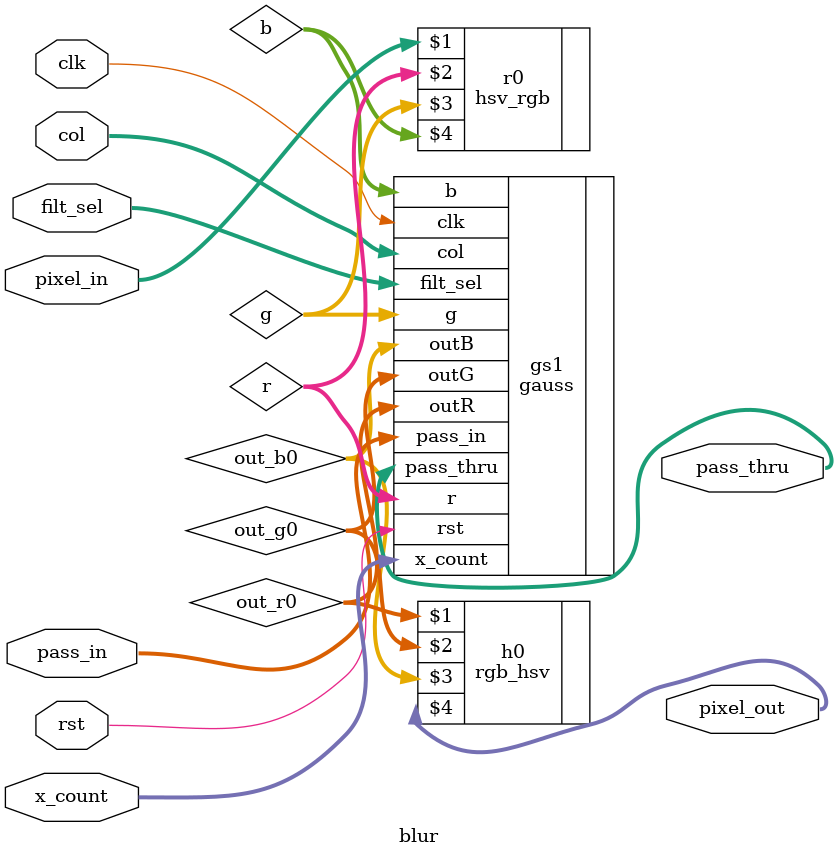
<source format=v>
module blur ( //module to use for top level
  input clk,
  input rst,
  input [12:0] col,
  input [12:0] x_count,
  input [3:0] filt_sel,
  input [23:0] pixel_in,
  output [23:0] pixel_out,
  input [23:0] pass_in,
  output [23:0] pass_thru
);

wire [7:0] r, g, b, out_r0, out_g0, out_b0;

hsv_rgb r0 (pixel_in, r, g, b);
rgb_hsv h0 (out_r0, out_g0, out_b0, pixel_out);

gauss gs1(
.clk(clk),
.rst(rst),
.r(r),
.g(g),
.b(b),
.col(col),
.x_count(x_count),
.filt_sel(filt_sel),
.outR(out_r0),
.outG(out_g0),
.outB(out_b0),
.pass_in(pass_in),
.pass_thru(pass_thru)
);


endmodule

</source>
